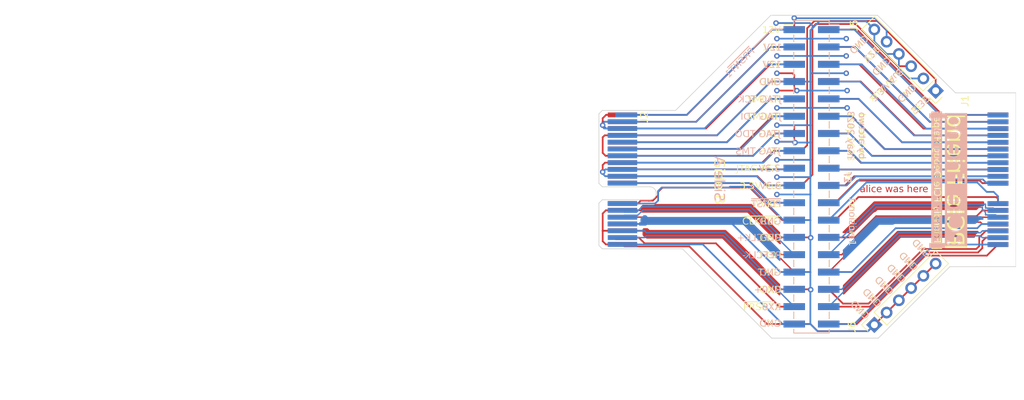
<source format=kicad_pcb>
(kicad_pcb (version 20221018) (generator pcbnew)
  (layers (0 "F.Cu" signal) (31 "B.Cu" signal) (34 "B.Paste" user) (35 "F.Paste" user) (36 "B.SilkS" user "B.Silkscreen") (37 "F.SilkS" user "F.Silkscreen") (38 "B.Mask" user) (39 "F.Mask" user) (44 "Edge.Cuts" user))
  (net 0 "")
  (net 1 "PCIE_PRSNT1")
  (net 2 "+12V")
  (net 3 "GND")
  (net 4 "JTAG_TCK")
  (net 5 "JTAG_TDI")
  (net 6 "JTAG_TDO")
  (net 7 "JATG_TMS")
  (net 8 "+3V3")
  (net 9 "PCIE_PERST")
  (net 10 "PCIE_REFCLK+")
  (net 11 "PCIE_REFCLK-")
  (net 12 "PCIE_RX0+")
  (net 13 "PCIE_RX0-")
  (net 14 "SMCLK")
  (net 15 "SMDAT")
  (net 16 "JTAG_RST")
  (net 17 "+3.3VA")
  (net 18 "PCIE_WAKE")
  (net 19 "PCIE_CLKREQ")
  (net 20 "PCIE_TX0+")
  (net 21 "PCIE_TX0-")
  (net 22 "PCIE_PRSNT2")
  (net 23 "A1")
  (net 24 "A2")
  (net 25 "A3")
  (net 26 "A4")
  (net 27 "A5")
  (net 28 "A6")
  (net 29 "A7")
  (net 30 "A8")
  (net 31 "A9")
  (net 32 "A10")
  (net 33 "A11")
  (net 34 "A12")
  (net 35 "A15")
  (net 36 "A18")
  (net 37 "B1")
  (net 38 "B2")
  (net 39 "B3")
  (net 40 "B4")
  (net 41 "B5")
  (net 42 "B6")
  (net 43 "B7")
  (net 44 "B8")
  (net 45 "B9")
  (net 46 "B10")
  (net 47 "B11")
  (net 48 "B12")
  (net 49 "B13")
  (net 50 "B16")
  (net 51 "B17")
  (net 52 "B18")
  (net 53 "A_REFCLK+")
  (net 54 "A_REFCLK-")
  (net 55 "A_RX0+")
  (net 56 "A_RX0-")
  (net 57 "B_TX0+")
  (net 58 "B_TX0-")
  (footprint "Connector_PinSocket_2.54mm:PinSocket_1x06_P2.54mm_Vertical" (layer "F.Cu") (at 201.603795 126.056205 135)
    (fp_text reference "J6")
    (fp_text value "GND")
  )
  (footprint "Connector_PinHeader_2.54mm:PinHeader_2x18_P2.54mm_Vertical_SMD" (layer "F.Cu") (at 192.39 104.3432)
    (fp_text reference "J4")
    (fp_text value "Side B")
  )
  (footprint "Connector_PCBEdge:BUS_PCIexpress_x1" (layer "F.Cu") (at 164.6936 95.2604 -90)
    (fp_text reference "J2")
    (fp_text value "PCIe Out")
    (fp_line (start -0.65 -4.95) (end -0.65 2.95) (stroke (width 0.1)) (layer "Edge.Cuts"))
    (fp_line (start -0.65 2.95) (end -0.15 3.45) (stroke (width 0.1)) (layer "Edge.Cuts"))
    (fp_line (start -0.15 3.45) (end 10.05 3.45) (stroke (width 0.1)) (layer "Edge.Cuts"))
    (fp_line (start 10.55 -4) (end 10.55 2.95) (stroke (width 0.1)) (layer "Edge.Cuts"))
    (fp_line (start 10.55 2.95) (end 10.05 3.45) (stroke (width 0.1)) (layer "Edge.Cuts"))
    (fp_line (start 12.45 -4) (end 12.45 2.95) (stroke (width 0.1)) (layer "Edge.Cuts"))
    (fp_line (start 12.45 2.95) (end 12.95 3.45) (stroke (width 0.1)) (layer "Edge.Cuts"))
    (fp_line (start 12.95 3.45) (end 19.15 3.45) (stroke (width 0.1)) (layer "Edge.Cuts"))
    (fp_line (start 19.65 -4.95) (end 19.65 2.95) (stroke (width 0.1)) (layer "Edge.Cuts"))
    (fp_line (start 19.65 2.95) (end 19.15 3.45) (stroke (width 0.1)) (layer "Edge.Cuts"))
    (fp_arc (start 10.55 -4) (mid 11.5 -4.95) (end 12.45 -4) (stroke (width 0.1)) (layer "Edge.Cuts"))
  )
  (footprint "alice_kicad_footprints:CONN_5-1734857-1_TEC" (layer "F.Cu") (at 219.7168 104.775 90)
    (fp_text reference "J1")
    (fp_text value "PCIe In")
    (fp_line (start -12.75 2.6) (end 12.75 2.6) (stroke (width 0.05)) (layer "Edge.Cuts"))
  )
  (footprint "Connector_PinSocket_2.54mm:PinSocket_1x06_P2.54mm_Vertical" (layer "F.Cu") (at 210.584051 91.712051 -135)
    (fp_text reference "J5")
    (fp_text value "Power")
  )
  (footprint "Connector_PinHeader_2.54mm:PinHeader_2x18_P2.54mm_Vertical_SMD" (layer "B.Cu") (at 192.3946 104.3432 180)
    (fp_text reference "J3")
    (fp_text value "Side A")
  )
  (gr_rect (start 209.73 95.13) (end 211.87 95.69) (stroke (width 0.15)) (fill solid) (layer "B.SilkS"))
  (gr_line (start 186.563 82.677) (end 183.896 85.344) (stroke (width 0.15)) (layer "B.SilkS"))
  (gr_rect (start 209.73 114.16) (end 211.87 114.72) (stroke (width 0.15)) (fill solid) (layer "B.SilkS"))
  (gr_line (start 188.087 82.677) (end 186.563 82.677) (stroke (width 0.15)) (layer "B.SilkS"))
  (gr_rect (start 209.73 114.11) (end 211.87 114.67) (stroke (width 0.15)) (fill solid) (layer "F.SilkS"))
  (gr_rect (start 209.73 95.08) (end 211.87 95.64) (stroke (width 0.15)) (fill solid) (layer "F.SilkS"))
  (gr_line (start 198.247 128.016) (end 186.563 128.016) (stroke (width 0.1)) (layer "Edge.Cuts"))
  (gr_line (start 198.12 80.645) (end 186.436 80.645) (stroke (width 0.1)) (layer "Edge.Cuts"))
  (gr_line (start 198.12 80.645) (end 202.057 80.645) (stroke (width 0.1)) (layer "Edge.Cuts"))
  (gr_line (start 198.247 128.016) (end 202.184 128.016) (stroke (width 0.1)) (layer "Edge.Cuts"))
  (gr_line (start 213.487 92.025) (end 202.057 80.645) (stroke (width 0.1)) (layer "Edge.Cuts"))
  (gr_line (start 186.436 80.645) (end 172.4706 94.6104) (stroke (width 0.1)) (layer "Edge.Cuts"))
  (gr_line (start 173.482 114.9104) (end 186.563 128.016) (stroke (width 0.1)) (layer "Edge.Cuts"))
  (gr_line (start 169.6436 114.9104) (end 173.482 114.9104) (stroke (width 0.1)) (layer "Edge.Cuts"))
  (gr_line (start 169.6436 94.6104) (end 172.4706 94.6104) (stroke (width 0.1)) (layer "Edge.Cuts"))
  (gr_line (start 222.3168 92.025) (end 213.487 92.025) (stroke (width 0.1)) (layer "Edge.Cuts"))
  (gr_line (start 212.6742 117.5258) (end 202.184 128.016) (stroke (width 0.1)) (layer "Edge.Cuts"))
  (gr_line (start 222.3168 117.525) (end 212.6742 117.5258) (stroke (width 0.1)) (layer "Edge.Cuts"))
  (gr_text "alice was here" (at 199.47 106.76) (layer "F.Cu") (effects (font (size 1 1)) (justify left bottom)))
  (gr_text "GND" (at 203.708 121.92 315) (layer "B.SilkS") (effects (font (size 1 1)) (justify left bottom mirror)))
  (gr_text "~{PRSNT}1" (at 184.277 86.106 45) (layer "B.SilkS") (effects (font (size 1 1)) (justify left bottom mirror)))
  (gr_text "3.3V Aux" (at 200.787 92.583 -135) (layer "B.SilkS") (effects (font (size 1 1)) (justify left bottom mirror)))
  (gr_text "12V" (at 199.771 86.868 -135) (layer "B.SilkS") (effects (font (size 1 1)) (justify left bottom mirror)))
  (gr_text "GND" (at 187.96 118.999) (layer "B.SilkS") (effects (font (size 1 1)) (justify left bottom mirror)))
  (gr_text "GND" (at 207.264 118.364 315) (layer "B.SilkS") (effects (font (size 1 1)) (justify left bottom mirror)))
  (gr_text "GND" (at 187.96 111.506) (layer "B.SilkS") (effects (font (size 1 1)) (justify left bottom mirror)))
  (gr_text "RX0-" (at 187.96 124.079) (layer "B.SilkS") (effects (font (size 1 1)) (justify left bottom mirror)))
  (gr_text "JTAG TDO" (at 187.833 98.679) (layer "B.SilkS") (effects (font (size 1 1)) (justify left bottom mirror)))
  (gr_text "GND" (at 209.169 116.459 315) (layer "B.SilkS") (effects (font (size 1 1)) (justify left bottom mirror)))
  (gr_text "GND" (at 204.7494 92.7354 -135) (layer "B.SilkS") (effects (font (size 1 1)) (justify left bottom mirror)))
  (gr_text "12V" (at 187.96 88.519) (layer "B.SilkS") (effects (font (size 1 1)) (justify left bottom mirror)))
  (gr_text "~{PERST}" (at 187.96 108.966) (layer "B.SilkS") (effects (font (size 1 1)) (justify left bottom mirror)))
  (gr_text "RX0+" (at 187.96 121.539) (layer "B.SilkS") (effects (font (size 1 1)) (justify left bottom mirror)))
  (gr_text "revision 1" (at 197.739 114.046 270) (layer "B.SilkS") (effects (font (size 1 1)) (justify left bottom mirror)))
  (gr_text "JTAG TDI" (at 187.96 96.139) (layer "B.SilkS") (effects (font (size 1 1)) (justify left bottom mirror)))
  (gr_text "GND" (at 205.486 120.142 315) (layer "B.SilkS") (effects (font (size 1 1)) (justify left bottom mirror)))
  (gr_text "JTAG TMS" (at 187.833 101.219) (layer "B.SilkS") (effects (font (size 1 1)) (justify left bottom mirror)))
  (gr_text "3.3V" (at 187.96 106.299) (layer "B.SilkS") (effects (font (size 1 1)) (justify left bottom mirror)))
  (gr_text "by atctwo\nmay 2023" (at 197.485 101.727 270) (layer "B.SilkS") (effects (font (size 1 1)) (justify left bottom mirror)))
  (gr_text "REFCLK+" (at 187.96 113.919) (layer "B.SilkS") (effects (font (size 1 1)) (justify left bottom mirror)))
  (gr_text "REFCLK-" (at 187.96 116.459) (layer "B.SilkS") (effects (font (size 1 1)) (justify left bottom mirror)))
  (gr_text "PCIe Friend" (at 211.836 114.554 270) (layer "B.SilkS" knockout) (effects (font (size 2.5 2.5)) (justify left bottom mirror)))
  (gr_text "3.3V" (at 206.756 94.361 -135) (layer "B.SilkS") (effects (font (size 1 1)) (justify left bottom mirror)))
  (gr_text "GND" (at 201.041 88.773 -135) (layer "B.SilkS") (effects (font (size 1 1)) (justify left bottom mirror)))
  (gr_text "3.3V" (at 187.833 103.759) (layer "B.SilkS") (effects (font (size 1 1)) (justify left bottom mirror)))
  (gr_text "GND" (at 187.96 126.492) (layer "B.SilkS") (effects (font (size 1 1)) (justify left bottom mirror)))
  (gr_text "Side A" (at 177.927 107.95 270) (layer "B.SilkS") (effects (font (size 1.5 1.5)) (justify left bottom mirror)))
  (gr_text "12V" (at 188.0616 86.0044) (layer "B.SilkS") (effects (font (size 1 1)) (justify left bottom mirror)))
  (gr_text "JTAG TCK" (at 187.96 93.599) (layer "B.SilkS") (effects (font (size 1 1)) (justify left bottom mirror)))
  (gr_text "Friendly PCIe Debug Helper" (at 210.185 114.046 270) (layer "B.SilkS" knockout) (effects (font (size 1 1)) (justify left bottom mirror)))
  (gr_text "GND" (at 187.96 91.059) (layer "B.SilkS") (effects (font (size 1 1)) (justify left bottom mirror)))
  (gr_text "GND" (at 201.93 123.698 315) (layer "B.SilkS") (effects (font (size 1 1)) (justify left bottom mirror)))
  (gr_text "GND" (at 197.739 85.598 -135) (layer "B.SilkS") (effects (font (size 1 1)) (justify left bottom mirror)))
  (gr_text "GND" (at 200.152 125.476 315) (layer "B.SilkS") (effects (font (size 1 1)) (justify left bottom mirror)))
  (gr_text "GND" (at 184.785 126.492) (layer "F.SilkS") (effects (font (size 1 1)) (justify left bottom)))
  (gr_text "~{WAKE}" (at 183.642 108.966) (layer "F.SilkS") (effects (font (size 1 1)) (justify left bottom)))
  (gr_text "GND" (at 184.785 121.539) (layer "F.SilkS") (effects (font (size 1 1)) (justify left bottom)))
  (gr_text "Friendly PCIe Debug Helper" (at 210.185 95.631 270) (layer "F.SilkS" knockout) (effects (font (size 1 1)) (justify left bottom)))
  (gr_text "3.3V Aux" (at 205.105 88.265 -135) (layer "F.SilkS") (effects (font (size 1 1)) (justify left bottom)))
  (gr_text "TX0-" (at 184.531 118.999) (layer "F.SilkS") (effects (font (size 1 1)) (justify left bottom)))
  (gr_text "12V" (at 185.166 85.979) (layer "F.SilkS") (effects (font (size 1 1)) (justify left bottom)))
  (gr_text "JTAG RST" (at 181.356 103.759) (layer "F.SilkS") (effects (font (size 1 1)) (justify left bottom)))
  (gr_text "~{PRSNT}2" (at 182.372 124.079) (layer "F.SilkS") (effects (font (size 1 1)) (justify left bottom)))
  (gr_text "SMCLK" (at 183.007 93.599) (layer "F.SilkS") (effects (font (size 1 1)) (justify left bottom)))
  (gr_text "GND" (at 203.2 117.856 -45) (layer "F.SilkS") (effects (font (size 1 1)) (justify left bottom)))
  (gr_text "by atctwo\nmay 2023" (at 197.485 94.996 -90) (layer "F.SilkS") (effects (font (size 1 1)) (justify left bottom)))
  (gr_text "3.3V" (at 208.915 92.202 -135) (layer "F.SilkS") (effects (font (size 1 1)) (justify left bottom)))
  (gr_text "GND" (at 184.658 91.059) (layer "F.SilkS") (effects (font (size 1 1)) (justify left bottom)))
  (gr_text "PCIe Friend" (at 211.836 95.25 270) (layer "F.SilkS" knockout) (effects (font (size 2.5 2.5)) (justify left bottom)))
  (gr_text "GND" (at 207.0354 90.4494 -135) (layer "F.SilkS") (effects (font (size 1 1)) (justify left bottom)))
  (gr_text "GND" (at 201.422 119.634 -45) (layer "F.SilkS") (effects (font (size 1 1)) (justify left bottom)))
  (gr_text "12V" (at 201.676 84.963 -135) (layer "F.SilkS") (effects (font (size 1 1)) (justify left bottom)))
  (gr_text "GND" (at 184.658 98.679) (layer "F.SilkS") (effects (font (size 1 1)) (justify left bottom)))
  (gr_text "3.3V Aux" (at 181.864 106.299) (layer "F.SilkS") (effects (font (size 1 1)) (justify left bottom)))
  (gr_text "SMDAT" (at 182.88 96.139) (layer "F.SilkS") (effects (font (size 1 1)) (justify left bottom)))
  (gr_text "12V" (at 185.166 88.519) (layer "F.SilkS") (effects (font (size 1 1)) (justify left bottom)))
  (gr_text "TX0+" (at 184.531 116.459) (layer "F.SilkS") (effects (font (size 1 1)) (justify left bottom)))
  (gr_text "GND" (at 197.866 123.19 -45) (layer "F.SilkS") (effects (font (size 1 1)) (justify left bottom)))
  (gr_text "~{CLKREQ}" (at 182.245 111.506) (layer "F.SilkS") (effects (font (size 1 1)) (justify left bottom)))
  (gr_text "GND" (at 204.978 116.078 -45) (layer "F.SilkS") (effects (font (size 1 1)) (justify left bottom)))
  (gr_text "GND" (at 203.327 86.487 -135) (layer "F.SilkS") (effects (font (size 1 1)) (justify left bottom)))
  (gr_text "GND" (at 184.785 113.919) (layer "F.SilkS") (effects (font (size 1 1)) (justify left bottom)))
  (gr_text "GND" (at 199.644 121.412 -45) (layer "F.SilkS") (effects (font (size 1 1)) (justify left bottom)))
  (gr_text "3.3V" (at 184.785 101.219) (layer "F.SilkS") (effects (font (size 1 1)) (justify left bottom)))
  (gr_text "GND" (at 200.025 83.312 -135) (layer "F.SilkS") (effects (font (size 1 1)) (justify left bottom)))
  (gr_text "GND" (at 206.883 114.173 -45) (layer "F.SilkS") (effects (font (size 1 1)) (justify left bottom)))
  (gr_text "Side B" (at 177.927 101.727 -90) (layer "F.SilkS") (effects (font (size 1.5 1.5)) (justify left bottom)))
  (gr_text "12V" (at 185.166 83.439) (layer "F.SilkS") (effects (font (size 1 1)) (justify left bottom)))
  (gr_text "revision 1" (at 197.739 107.696 270) (layer "F.SilkS") (effects (font (size 1 1)) (justify left bottom)))
  (segment (start 186.6138 82.7532) (end 189.8696 82.7532) (width 0.25) (layer "B.Cu") (net 1))
  (segment (start 165.2436 95.2604) (end 174.1066 95.2604) (width 0.25) (layer "B.Cu") (net 1))
  (segment (start 174.1066 95.2604) (end 186.6138 82.7532) (width 0.25) (layer "B.Cu") (net 1))
  (segment (start 164.6936 95.2604) (end 174.132 95.2604) (width 0.25) (layer "F.Cu") (net 2))
  (segment (start 186.4106 87.8332) (end 189.865 87.8332) (width 0.25) (layer "F.Cu") (net 2))
  (segment (start 189.865 82.7532) (end 189.865 81.045) (width 0.25) (layer "F.Cu") (net 2))
  (segment (start 176.9326 97.2604) (end 186.3852 87.8078) (width 0.25) (layer "F.Cu") (net 2))
  (segment (start 162.3164 95.2604) (end 164.6936 95.2604) (width 0.25) (layer "F.Cu") (net 2))
  (segment (start 162.2844 97.2604) (end 161.798 96.774) (width 0.25) (layer "F.Cu") (net 2))
  (segment (start 164.6936 96.2604) (end 175.4942 96.2604) (width 0.25) (layer "F.Cu") (net 2))
  (segment (start 186.6392 82.7532) (end 189.865 82.7532) (width 0.25) (layer "F.Cu") (net 2))
  (segment (start 164.6936 97.2604) (end 176.9326 97.2604) (width 0.25) (layer "F.Cu") (net 2))
  (segment (start 174.132 95.2604) (end 186.6392 82.7532) (width 0.25) (layer "F.Cu") (net 2))
  (segment (start 161.798 95.758) (end 162.306 95.25) (width 0.25) (layer "F.Cu") (net 2))
  (segment (start 186.4614 85.2932) (end 189.865 85.2932) (width 0.25) (layer "F.Cu") (net 2))
  (segment (start 161.8036 96.2604) (end 161.798 96.266) (width 0.25) (layer "F.Cu") (net 2))
  (segment (start 164.6936 97.2604) (end 162.2844 97.2604) (width 0.25) (layer "F.Cu") (net 2))
  (segment (start 161.798 96.266) (end 161.798 95.758) (width 0.25) (layer "F.Cu") (net 2))
  (segment (start 161.798 96.774) (end 161.798 96.266) (width 0.25) (layer "F.Cu") (net 2))
  (segment (start 186.3852 87.8078) (end 186.4106 87.8332) (width 0.25) (layer "F.Cu") (net 2))
  (segment (start 175.4942 96.2604) (end 186.4614 85.2932) (width 0.25) (layer "F.Cu") (net 2))
  (segment (start 164.6936 96.2604) (end 161.8036 96.2604) (width 0.25) (layer "F.Cu") (net 2))
  (segment (start 162.306 95.25) (end 162.3164 95.2604) (width 0.25) (layer "F.Cu") (net 2))
  (via (at 161.798 96.774) (size 0.8) (drill 0.4) (layers "F.Cu" "B.Cu") (net 2))
  (via (at 189.865 81.045) (size 0.8) (drill 0.4) (layers "F.Cu" "B.Cu") (net 2))
  (segment (start 162.0576 96.2604) (end 164.6936 96.2604) (width 0.25) (layer "B.Cu") (net 2))
  (segment (start 161.798 97.028) (end 161.798 96.774) (width 0.25) (layer "B.Cu") (net 2))
  (segment (start 161.798 96.52) (end 162.0576 96.2604) (width 0.25) (layer "B.Cu") (net 2))
  (segment (start 201.734 81.084) (end 203.399846 82.749846) (width 0.25) (layer "B.Cu") (net 2))
  (segment (start 189.904 81.084) (end 201.734 81.084) (width 0.25) (layer "B.Cu") (net 2))
  (segment (start 164.6936 96.2604) (end 175.5196 96.2604) (width 0.25) (layer "B.Cu") (net 2))
  (segment (start 176.7294 97.2604) (end 186.1566 87.8332) (width 0.25) (layer "B.Cu") (net 2))
  (segment (start 186.1566 87.8332) (end 189.8696 87.8332) (width 0.25) (layer "B.Cu") (net 2))
  (segment (start 175.5196 96.2604) (end 186.4868 85.2932) (width 0.25) (layer "B.Cu") (net 2))
  (segment (start 164.6936 97.2604) (end 162.0304 97.2604) (width 0.25) (layer "B.Cu") (net 2))
  (segment (start 186.4868 85.2932) (end 189.8696 85.2932) (width 0.25) (layer "B.Cu") (net 2))
  (segment (start 203.399846 82.749846) (end 203.399846 84.527846) (width 0.25) (layer "B.Cu") (net 2))
  (segment (start 189.865 81.045) (end 189.904 81.084) (width 0.25) (layer "B.Cu") (net 2))
  (segment (start 164.6936 97.2604) (end 176.7294 97.2604) (width 0.25) (layer "B.Cu") (net 2))
  (segment (start 161.798 96.774) (end 161.798 96.52) (width 0.25) (layer "B.Cu") (net 2))
  (segment (start 162.0304 97.2604) (end 161.798 97.028) (width 0.25) (layer "B.Cu") (net 2))
  (segment (start 192.2272 125.9332) (end 193.294 127) (width 0.25) (layer "F.Cu") (net 3))
  (segment (start 189.865 113.2332) (end 189.865 113.411) (width 0.25) (layer "F.Cu") (net 3))
  (segment (start 189.865 90.3732) (end 189.865 91.313) (width 0.25) (layer "F.Cu") (net 3))
  (segment (start 189.865 91.313) (end 190.246 91.694) (width 0.25) (layer "F.Cu") (net 3))
  (segment (start 193.294 127) (end 200.66 127) (width 0.25) (layer "F.Cu") (net 3))
  (segment (start 189.865 113.2332) (end 192.2272 113.2332) (width 0.25) (layer "F.Cu") (net 3))
  (segment (start 162.2664 114.2604) (end 161.798 113.792) (width 0.25) (layer "F.Cu") (net 3))
  (segment (start 164.6936 112.2604) (end 167.7594 112.2604) (width 0.25) (layer "F.Cu") (net 3))
  (segment (start 189.865 125.9332) (end 185.8772 125.9332) (width 0.25) (layer "F.Cu") (net 3))
  (segment (start 187.325 99.187) (end 189.865 99.187) (width 0.25) (layer "F.Cu") (net 3))
  (segment (start 161.8056 112.2604) (end 161.798 112.268) (width 0.25) (layer "F.Cu") (net 3))
  (segment (start 167.7594 112.2604) (end 168.148 112.649) (width 0.25) (layer "F.Cu") (net 3))
  (segment (start 186.4614 90.3478) (end 186.4868 90.3732) (width 0.25) (layer "F.Cu") (net 3))
  (segment (start 189.865 120.8532) (end 192.2272 120.8532) (width 0.25) (layer "F.Cu") (net 3))
  (segment (start 164.6936 109.2604) (end 162.2656 109.2604) (width 0.25) (layer "F.Cu") (net 3))
  (segment (start 187.2234 113.2332) (end 183.2506 109.2604) (width 0.25) (layer "F.Cu") (net 3))
  (segment (start 185.8772 125.9332) (end 174.498 114.554) (width 0.25) (layer "F.Cu") (net 3))
  (segment (start 183.2506 109.2604) (end 164.6936 109.2604) (width 0.25) (layer "F.Cu") (net 3))
  (segment (start 162.2204 101.2604) (end 161.798 100.838) (width 0.25) (layer "F.Cu") (net 3))
  (segment (start 179.451 112.649) (end 187.6552 120.8532) (width 0.25) (layer "F.Cu") (net 3))
  (segment (start 200.66 127) (end 201.603795 126.056205) (width 0.25) (layer "F.Cu") (net 3))
  (segment (start 162.2656 109.2604) (end 161.798 109.728) (width 0.25) (layer "F.Cu") (net 3))
  (segment (start 189.865 99.187) (end 189.992 99.314) (width 0.25) (layer "F.Cu") (net 3))
  (segment (start 168.148 112.649) (end 179.451 112.649) (width 0.25) (layer "F.Cu") (net 3))
  (segment (start 164.9872 114.554) (end 164.6936 114.2604) (width 0.25) (layer "F.Cu") (net 3))
  (segment (start 189.865 89.408) (end 189.865 90.3732) (width 0.25) (layer "F.Cu") (net 3))
  (segment (start 189.865 125.9332) (end 192.2272 125.9332) (width 0.25) (layer "F.Cu") (net 3))
  (segment (start 189.865 113.411) (end 189.992 113.538) (width 0.25) (layer "F.Cu") (net 3))
  (segment (start 189.865 113.2332) (end 187.2234 113.2332) (width 0.25) (layer "F.Cu") (net 3))
  (segment (start 164.6936 101.2604) (end 162.2204 101.2604) (width 0.25) (layer "F.Cu") (net 3))
  (segment (start 164.6936 112.2604) (end 161.8056 112.2604) (width 0.25) (layer "F.Cu") (net 3))
  (segment (start 164.6936 98.2604) (end 178.5488 98.2604) (width 0.25) (layer "F.Cu") (net 3))
  (segment (start 187.325 89.154) (end 189.611 89.154) (width 0.25) (layer "F.Cu") (net 3))
  (segment (start 178.5488 98.2604) (end 186.4614 90.3478) (width 0.25) (layer "F.Cu") (net 3))
  (segment (start 161.798 98.552) (end 161.798 100.838) (width 0.25) (layer "F.Cu") (net 3))
  (segment (start 183.8292 101.2604) (end 187.0964 97.9932) (width 0.25) (layer "F.Cu") (net 3))
  (segment (start 189.738 96.774) (end 189.865 96.901) (width 0.25) (layer "F.Cu") (net 3))
  (segment (start 192.2272 120.8532) (end 192.278 120.904) (width 0.25) (layer "F.Cu") (net 3))
  (segment (start 164.6936 114.2604) (end 162.2664 114.2604) (width 0.25) (layer "F.Cu") (net 3))
  (segment (start 189.865 97.9932) (end 189.865 99.187) (width 0.25) (layer "F.Cu") (net 3))
  (segment (start 161.798 113.792) (end 161.798 112.268) (width 0.25) (layer "F.Cu") (net 3))
  (segment (start 189.865 96.901) (end 189.865 97.9932) (width 0.25) (layer "F.Cu") (net 3))
  (segment (start 187.0964 97.9932) (end 189.865 97.9932) (width 0.25) (layer "F.Cu") (net 3))
  (segment (start 164.6936 98.2604) (end 162.0896 98.2604) (width 0.25) (layer "F.Cu") (net 3))
  (segment (start 187.6552 120.8532) (end 189.865 120.8532) (width 0.25) (layer "F.Cu") (net 3))
  (segment (start 210.584051 117.075949) (end 201.603795 126.056205) (width 0.25) (layer "F.Cu") (net 3))
  (segment (start 174.498 114.554) (end 164.9872 114.554) (width 0.25) (layer "F.Cu") (net 3))
  (segment (start 192.2272 113.2332) (end 192.278 113.284) (width 0.25) (layer "F.Cu") (net 3))
  (segment (start 189.611 89.154) (end 189.865 89.408) (width 0.25) (layer "F.Cu") (net 3))
  (segment (start 190.246 91.694) (end 187.325 91.694) (width 0.25) (layer "F.Cu") (net 3))
  (segment (start 187.325 96.774) (end 189.738 96.774) (width 0.25) (layer "F.Cu") (net 3))
  (segment (start 186.4868 90.3732) (end 189.865 90.3732) (width 0.25) (layer "F.Cu") (net 3))
  (segment (start 162.0896 98.2604) (end 161.798 98.552) (width 0.25) (layer "F.Cu") (net 3))
  (segment (start 164.6936 101.2604) (end 183.8292 101.2604) (width 0.25) (layer "F.Cu") (net 3))
  (segment (start 161.798 112.268) (end 161.798 109.728) (width 0.25) (layer "F.Cu") (net 3))
  (via (at 187.325 91.694) (size 0.8) (drill 0.4) (layers "F.Cu" "B.Cu") (net 3))
  (via (at 187.325 84.074) (size 0.8) (drill 0.4) (layers "F.Cu" "B.Cu") (net 3))
  (via (at 187.325 99.187) (size 0.8) (drill 0.4) (layers "F.Cu" "B.Cu") (net 3))
  (via (at 197.485 84.074) (size 0.8) (drill 0.4) (layers "F.Cu" "B.Cu") (net 3))
  (via (at 197.612 91.694) (size 0.8) (drill 0.4) (layers "F.Cu" "B.Cu") (net 3))
  (via (at 190.246 91.694) (size 0.8) (drill 0.4) (layers "F.Cu" "B.Cu") (net 3))
  (via (at 187.325 96.774) (size 0.8) (drill 0.4) (layers "F.Cu" "B.Cu") (net 3))
  (via (at 197.612 94.234) (size 0.8) (drill 0.4) (layers "F.Cu" "B.Cu") (net 3))
  (via (at 187.325 89.154) (size 0.8) (drill 0.4) (layers "F.Cu" "B.Cu") (net 3))
  (via (at 192.278 120.904) (size 0.8) (drill 0.4) (layers "F.Cu" "B.Cu") (net 3))
  (via (at 187.325 104.394) (size 0.8) (drill 0.4) (layers "F.Cu" "B.Cu") (net 3))
  (via (at 192.278 113.284) (size 0.8) (drill 0.4) (layers "F.Cu" "B.Cu") (net 3))
  (via (at 187.325 86.614) (size 0.8) (drill 0.4) (layers "F.Cu" "B.Cu") (net 3))
  (via (at 197.485 89.154) (size 0.8) (drill 0.4) (layers "F.Cu" "B.Cu") (net 3))
  (via (at 187.325 106.934) (size 0.8) (drill 0.4) (layers "F.Cu" "B.Cu") (net 3))
  (via (at 187.325 101.854) (size 0.8) (drill 0.4) (layers "F.Cu" "B.Cu") (net 3))
  (via (at 189.992 99.314) (size 0.8) (drill 0.4) (layers "F.Cu" "B.Cu") (net 3))
  (via (at 187.198 81.788) (size 0.8) (drill 0.4) (layers "F.Cu" "B.Cu") (net 3))
  (via (at 187.325 94.234) (size 0.8) (drill 0.4) (layers "F.Cu" "B.Cu") (net 3))
  (via (at 197.485 86.614) (size 0.8) (drill 0.4) (layers "F.Cu" "B.Cu") (net 3))
  (segment (start 200.66 127) (end 201.603795 126.056205) (width 0.25) (layer "B.Cu") (net 3))
  (segment (start 188.288804 110.6932) (end 189.8696 110.6932) (width 0.25) (layer "B.Cu") (net 3))
  (segment (start 180.34 105.918) (end 180.467 105.791) (width 0.25) (layer "B.Cu") (net 3))
  (segment (start 164.6936 111.2604) (end 180.7802 111.2604) (width 0.25) (layer "B.Cu") (net 3))
  (segment (start 187.325 86.614) (end 192.2272 86.614) (width 0.25) (layer "B.Cu") (net 3))
  (segment (start 187.325 96.774) (end 192.2272 96.774) (width 0.25) (layer "B.Cu") (net 3))
  (segment (start 189.8696 125.9332) (end 192.2272 125.9332) (width 0.25) (layer "B.Cu") (net 3))
  (segment (start 192.2272 120.9548) (end 192.278 120.904) (width 0.25) (layer "B.Cu") (net 3))
  (segment (start 192.2272 91.694) (end 192.2272 90.424) (width 0.25) (layer "B.Cu") (net 3))
  (segment (start 189.8696 118.3132) (end 192.1764 118.3132) (width 0.25) (layer "B.Cu") (net 3))
  (segment (start 192.2272 99.314) (end 192.2272 96.774) (width 0.25) (layer "B.Cu") (net 3))
  (segment (start 192.151 81.788) (end 187.198 81.788) (width 0.25) (layer "B.Cu") (net 3))
  (segment (start 170.434 105.918) (end 180.34 105.918) (width 0.25) (layer "B.Cu") (net 3))
  (segment (start 197.485 84.074) (end 192.2272 84.074) (width 0.25) (layer "B.Cu") (net 3))
  (segment (start 192.2272 113.3348) (end 192.278 113.284) (width 0.25) (layer "B.Cu") (net 3))
  (segment (start 187.325 99.187) (end 189.865 99.187) (width 0.25) (layer "B.Cu") (net 3))
  (segment (start 192.2272 118.364) (end 192.2272 113.3348) (width 0.25) (layer "B.Cu") (net 3))
  (segment (start 192.2272 82.8548) (end 192.7225 82.3595) (width 0.25) (layer "B.Cu") (net 3))
  (segment (start 187.325 94.234) (end 192.2272 94.234) (width 0.25) (layer "B.Cu") (net 3))
  (segment (start 208.788 89.916) (end 206.756 89.916) (width 0.25) (layer "B.Cu") (net 3))
  (segment (start 197.612 91.694) (end 192.2272 91.694) (width 0.25) (layer "B.Cu") (net 3))
  (segment (start 192.2272 104.394) (end 192.2272 101.854) (width 0.25) (layer "B.Cu") (net 3))
  (segment (start 183.386604 105.791) (end 188.288804 110.6932) (width 0.25) (layer "B.Cu") (net 3))
  (segment (start 192.2272 110.744) (end 192.2272 106.934) (width 0.25) (layer "B.Cu") (net 3))
  (segment (start 180.7802 111.2604) (end 187.833 118.3132) (width 0.25) (layer "B.Cu") (net 3))
  (segment (start 187.325 104.394) (end 192.2272 104.394) (width 0.25) (layer "B.Cu") (net 3))
  (segment (start 189.8696 110.6932) (end 192.1764 110.6932) (width 0.25) (layer "B.Cu") (net 3))
  (segment (start 180.467 105.791) (end 183.386604 105.791) (width 0.25) (layer "B.Cu") (net 3))
  (segment (start 164.6936 114.2604) (end 176.465 114.2604) (width 0.25) (layer "B.Cu") (net 3))
  (segment (start 164.6936 108.2604) (end 169.4886 108.2604) (width 0.25) (layer "B.Cu") (net 3))
  (segment (start 169.4886 108.2604) (end 169.926 107.823) (width 0.25) (layer "B.Cu") (net 3))
  (segment (start 190.246 91.694) (end 192.2272 91.694) (width 0.25) (layer "B.Cu") (net 3))
  (segment (start 192.2272 113.2332) (end 192.2272 110.744) (width 0.25) (layer "B.Cu") (net 3))
  (segment (start 187.325 101.854) (end 192.2272 101.854) (width 0.25) (layer "B.Cu") (net 3))
  (segment (start 192.2272 120.8532) (end 192.2272 118.364) (width 0.25) (layer "B.Cu") (net 3))
  (segment (start 192.1764 118.3132) (end 192.2272 118.364) (width 0.25) (layer "B.Cu") (net 3))
  (segment (start 192.7225 82.3595) (end 192.151 81.788) (width 0.25) (layer "B.Cu") (net 3))
  (segment (start 188.1378 125.9332) (end 189.8696 125.9332) (width 0.25) (layer "B.Cu") (net 3))
  (segment (start 189.865 99.187) (end 189.992 99.314) (width 0.25) (layer "B.Cu") (net 3))
  (segment (start 189.992 99.314) (end 192.2272 99.314) (width 0.25) (layer "B.Cu") (net 3))
  (segment (start 192.1764 110.6932) (end 192.2272 110.744) (width 0.25) (layer "B.Cu") (net 3))
  (segment (start 200.406 81.534) (end 201.603795 82.731795) (width 0.25) (layer "B.Cu") (net 3))
  (segment (start 192.7225 82.3595) (end 193.548 81.534) (width 0.25) (layer "B.Cu") (net 3))
  (segment (start 187.833 118.3132) (end 189.8696 118.3132) (width 0.25) (layer "B.Cu") (net 3))
  (segment (start 178.5488 98.2604) (end 186.436 90.3732) (width 0.25) (layer "B.Cu") (net 3))
  (segment (start 192.2272 125.9332) (end 193.294 127) (width 0.25) (layer "B.Cu") (net 3))
  (segment (start 176.465 114.2604) (end 188.1378 125.9332) (width 0.25) (layer "B.Cu") (net 3))
  (segment (start 192.278 113.284) (end 192.2272 113.2332) (width 0.25) (layer "B.Cu") (net 3))
  (segment (start 192.2272 84.074) (end 192.2272 82.8548) (width 0.25) (layer "B.Cu") (net 3))
  (segment (start 192.2272 106.934) (end 192.2272 104.394) (width 0.25) (layer "B.Cu") (net 3))
  (segment (start 192.2272 94.234) (end 192.2272 91.694) (width 0.25) (layer "B.Cu") (net 3))
  (segment (start 197.485 86.614) (end 192.2272 86.614) (width 0.25) (layer "B.Cu") (net 3))
  (segment (start 197.485 89.154) (end 192.2272 89.154) (width 0.25) (layer "B.Cu") (net 3))
  (segment (start 187.325 84.074) (end 192.2272 84.074) (width 0.25) (layer "B.Cu") (net 3))
  (segment (start 189.8696 90.3732) (end 192.1764 90.3732) (width 0.25) (layer "B.Cu") (net 3))
  (segment (start 201.603795 82.731795) (end 201.603795 84.509795) (width 0.25) (layer "B.Cu") (net 3))
  (segment (start 164.6936 98.2604) (end 178.5488 98.2604) (width 0.25) (layer "B.Cu") (net 3))
  (segment (start 169.926 107.823) (end 169.926 106.426) (width 0.25) (layer "B.Cu") (net 3))
  (segment (start 193.548 81.534) (end 200.406 81.534) (width 0.25) (layer "B.Cu") (net 3))
  (segment (start 201.603795 84.509795) (end 203.417897 86.323897) (width 0.25) (layer "B.Cu") (net 3))
  (segment (start 192.278 120.904) (end 192.2272 120.8532) (width 0.25) (layer "B.Cu") (net 3))
  (segment (start 192.2272 86.614) (end 192.2272 84.074) (width 0.25) (layer "B.Cu") (net 3))
  (segment (start 192.2272 89.154) (end 192.2272 86.614) (width 0.25) (layer "B.Cu") (net 3))
  (segment (start 205.195897 88.355897) (end 205.195897 86.323897) (width 0.25) (layer "B.Cu") (net 3))
  (segment (start 192.1764 90.3732) (end 192.2272 90.424) (width 0.25) (layer "B.Cu") (net 3))
  (segment (start 169.926 106.426) (end 170.434 105.918) (width 0.25) (layer "B.Cu") (net 3))
  (segment (start 192.2272 96.774) (end 192.2272 94.234) (width 0.25) (layer "B.Cu") (net 3))
  (segment (start 187.325 106.934) (end 192.2272 106.934) (width 0.25) (layer "B.Cu") (net 3))
  (segment (start 186.436 90.3732) (end 189.8696 90.3732) (width 0.25) (layer "B.Cu") (net 3))
  (segment (start 193.294 127) (end 200.66 127) (width 0.25) (layer "B.Cu") (net 3))
  (segment (start 203.417897 86.323897) (end 205.195897 86.323897) (width 0.25) (layer "B.Cu") (net 3))
  (segment (start 192.2272 90.424) (end 192.2272 89.154) (width 0.25) (layer "B.Cu") (net 3))
  (segment (start 192.2272 101.854) (end 192.2272 99.314) (width 0.25) (layer "B.Cu") (net 3))
  (segment (start 192.2272 125.9332) (end 192.2272 120.9548) (width 0.25) (layer "B.Cu") (net 3))
  (segment (start 197.612 94.234) (end 192.2272 94.234) (width 0.25) (layer "B.Cu") (net 3))
  (segment (start 206.756 89.916) (end 205.195897 88.355897) (width 0.25) (layer "B.Cu") (net 3))
  (segment (start 164.6936 99.2604) (end 180.038 99.2604) (width 0.25) (layer "B.Cu") (net 4))
  (segment (start 180.038 99.2604) (end 186.3852 92.9132) (width 0.25) (layer "B.Cu") (net 4))
  (segment (start 186.3852 92.9132) (end 189.8696 92.9132) (width 0.25) (layer "B.Cu") (net 4))
  (segment (start 186.8932 95.4532) (end 189.8696 95.4532) (width 0.25) (layer "B.Cu") (net 5))
  (segment (start 182.086 100.2604) (end 186.8932 95.4532) (width 0.25) (layer "B.Cu") (net 5))
  (segment (start 164.6936 100.2604) (end 182.086 100.2604) (width 0.25) (layer "B.Cu") (net 5))
  (segment (start 187.1218 97.9932) (end 189.8696 97.9932) (width 0.25) (layer "B.Cu") (net 6))
  (segment (start 164.6936 101.2604) (end 183.8546 101.2604) (width 0.25) (layer "B.Cu") (net 6))
  (segment (start 183.8546 101.2604) (end 187.1218 97.9932) (width 0.25) (layer "B.Cu") (net 6))
  (segment (start 164.6936 102.2604) (end 185.3438 102.2604) (width 0.25) (layer "B.Cu") (net 7))
  (segment (start 185.3438 102.2604) (end 187.071 100.5332) (width 0.25) (layer "B.Cu") (net 7))
  (segment (start 187.071 100.5332) (end 189.8696 100.5332) (width 0.25) (layer "B.Cu") (net 7))
  (segment (start 191.765 82.541804) (end 192.828604 81.4782) (width 0.25) (layer "F.Cu") (net 8))
  (segment (start 210.584051 90.05035) (end 210.584051 91.712051) (width 0.25) (layer "F.Cu") (net 8))
  (segment (start 185.166 102.2604) (end 186.8932 100.5332) (width 0.25) (layer "F.Cu") (net 8))
  (segment (start 189.865 100.5332) (end 190.94 100.5332) (width 0.25) (layer "F.Cu") (net 8))
  (segment (start 191.765 99.7082) (end 191.765 82.541804) (width 0.25) (layer "F.Cu") (net 8))
  (segment (start 164.6936 102.2604) (end 162.1536 102.2604) (width 0.25) (layer "F.Cu") (net 8))
  (segment (start 190.94 100.5332) (end 191.765 99.7082) (width 0.25) (layer "F.Cu") (net 8))
  (segment (start 192.828604 81.4782) (end 202.011901 81.4782) (width 0.25) (layer "F.Cu") (net 8))
  (segment (start 202.011901 81.4782) (end 210.584051 90.05035) (width 0.25) (layer "F.Cu") (net 8))
  (segment (start 186.8932 100.5332) (end 189.865 100.5332) (width 0.25) (layer "F.Cu") (net 8))
  (segment (start 161.798 102.616) (end 161.798 103.632) (width 0.25) (layer "F.Cu") (net 8))
  (segment (start 164.6936 102.2604) (end 185.166 102.2604) (width 0.25) (layer "F.Cu") (net 8))
  (segment (start 162.1536 102.2604) (end 161.798 102.616) (width 0.25) (layer "F.Cu") (net 8))
  (via (at 161.798 103.632) (size 0.8) (drill 0.4) (layers "F.Cu" "B.Cu") (net 8))
  (segment (start 162.1724 104.2604) (end 164.6936 104.2604) (width 0.25) (layer "B.Cu") (net 8))
  (segment (start 185.7248 105.6132) (end 189.8696 105.6132) (width 0.25) (layer "B.Cu") (net 8))
  (segment (start 164.6936 103.2604) (end 189.6824 103.2604) (width 0.25) (layer "B.Cu") (net 8))
  (segment (start 164.6936 103.2604) (end 162.1696 103.2604) (width 0.25) (layer "B.Cu") (net 8))
  (segment (start 161.798 103.632) (end 161.798 103.886) (width 0.25) (layer "B.Cu") (net 8))
  (segment (start 184.372 104.2604) (end 185.7248 105.6132) (width 0.25) (layer "B.Cu") (net 8))
  (segment (start 162.1696 103.2604) (end 161.798 103.632) (width 0.25) (layer "B.Cu") (net 8))
  (segment (start 161.798 103.886) (end 162.1724 104.2604) (width 0.25) (layer "B.Cu") (net 8))
  (segment (start 189.6824 103.2604) (end 189.8696 103.0732) (width 0.25) (layer "B.Cu") (net 8))
  (segment (start 164.6936 104.2604) (end 184.372 104.2604) (width 0.25) (layer "B.Cu") (net 8))
  (segment (start 186.3852 108.1532) (end 189.8696 108.1532) (width 0.25) (layer "B.Cu") (net 9))
  (segment (start 164.6936 105.2604) (end 183.4924 105.2604) (width 0.25) (layer "B.Cu") (net 9))
  (segment (start 183.4924 105.2604) (end 186.3852 108.1532) (width 0.25) (layer "B.Cu") (net 9))
  (segment (start 166.752401 109.535399) (end 167.5468 108.741) (width 0.2) (layer "B.Cu") (net 10))
  (segment (start 164.968599 109.535399) (end 166.752401 109.535399) (width 0.2) (layer "B.Cu") (net 10))
  (segment (start 164.6936 109.2604) (end 164.968599 109.535399) (width 0.2) (layer "B.Cu") (net 10))
  (segment (start 183.473797 108.741) (end 187.965997 113.2332) (width 0.2) (layer "B.Cu") (net 10))
  (segment (start 167.5468 108.741) (end 183.473797 108.741) (width 0.2) (layer "B.Cu") (net 10))
  (segment (start 187.965997 113.2332) (end 189.8696 113.2332) (width 0.2) (layer "B.Cu") (net 10))
  (segment (start 167.7332 109.191) (end 183.2874 109.191) (width 0.2) (layer "B.Cu") (net 11))
  (segment (start 166.938799 109.985401) (end 167.7332 109.191) (width 0.2) (layer "B.Cu") (net 11))
  (segment (start 164.968599 109.985401) (end 166.938799 109.985401) (width 0.2) (layer "B.Cu") (net 11))
  (segment (start 183.2874 109.191) (end 189.8696 115.7732) (width 0.2) (layer "B.Cu") (net 11))
  (segment (start 164.6936 110.2604) (end 164.968599 109.985401) (width 0.2) (layer "B.Cu") (net 11))
  (segment (start 179.648197 112.5354) (end 187.965997 120.8532) (width 0.2) (layer "B.Cu") (net 12))
  (segment (start 187.965997 120.8532) (end 189.8696 120.8532) (width 0.2) (layer "B.Cu") (net 12))
  (segment (start 167.918601 112.2604) (end 168.193601 112.5354) (width 0.2) (layer "B.Cu") (net 12))
  (segment (start 164.6936 112.2604) (end 167.918601 112.2604) (width 0.2) (layer "B.Cu") (net 12))
  (segment (start 168.193601 112.5354) (end 179.648197 112.5354) (width 0.2) (layer "B.Cu") (net 12))
  (segment (start 168.193601 112.9854) (end 179.4618 112.9854) (width 0.2) (layer "B.Cu") (net 13))
  (segment (start 164.6936 113.2604) (end 167.918601 113.2604) (width 0.2) (layer "B.Cu") (net 13))
  (segment (start 179.4618 112.9854) (end 189.8696 123.3932) (width 0.2) (layer "B.Cu") (net 13))
  (segment (start 167.918601 113.2604) (end 168.193601 112.9854) (width 0.2) (layer "B.Cu") (net 13))
  (segment (start 186.3344 92.9132) (end 189.865 92.9132) (width 0.25) (layer "F.Cu") (net 14))
  (segment (start 164.6936 99.2604) (end 179.9872 99.2604) (width 0.25) (layer "F.Cu") (net 14))
  (segment (start 179.9872 99.2604) (end 186.3344 92.9132) (width 0.25) (layer "F.Cu") (net 14))
  (segment (start 181.832 100.2604) (end 186.6392 95.4532) (width 0.25) (layer "F.Cu") (net 15))
  (segment (start 186.6392 95.4532) (end 189.865 95.4532) (width 0.25) (layer "F.Cu") (net 15))
  (segment (start 164.6936 100.2604) (end 181.832 100.2604) (width 0.25) (layer "F.Cu") (net 15))
  (segment (start 164.6936 103.2604) (end 189.6778 103.2604) (width 0.25) (layer "F.Cu") (net 16))
  (segment (start 189.6778 103.2604) (end 189.865 103.0732) (width 0.25) (layer "F.Cu") (net 16))
  (segment (start 192.532 104.0212) (end 192.532 82.4112) (width 0.25) (layer "F.Cu") (net 17))
  (segment (start 192.532 82.4112) (end 193.015 81.9282) (width 0.25) (layer "F.Cu") (net 17))
  (segment (start 189.865 105.6132) (end 190.94 105.6132) (width 0.25) (layer "F.Cu") (net 17))
  (segment (start 190.94 105.6132) (end 192.532 104.0212) (width 0.25) (layer "F.Cu") (net 17))
  (segment (start 184.4736 104.2604) (end 185.8264 105.6132) (width 0.25) (layer "F.Cu") (net 17))
  (segment (start 185.8264 105.6132) (end 189.865 105.6132) (width 0.25) (layer "F.Cu") (net 17))
  (segment (start 164.6936 104.2604) (end 184.4736 104.2604) (width 0.25) (layer "F.Cu") (net 17))
  (segment (start 193.015 81.9282) (end 198.871196 81.9282) (width 0.25) (layer "F.Cu") (net 17))
  (segment (start 205.062945 88.119949) (end 206.991949 88.119949) (width 0.25) (layer "F.Cu") (net 17))
  (segment (start 198.871196 81.9282) (end 205.062945 88.119949) (width 0.25) (layer "F.Cu") (net 17))
  (segment (start 183.3146 105.2604) (end 186.2074 108.1532) (width 0.25) (layer "F.Cu") (net 18))
  (segment (start 164.6936 105.2604) (end 183.3146 105.2604) (width 0.25) (layer "F.Cu") (net 18))
  (segment (start 186.2074 108.1532) (end 189.865 108.1532) (width 0.25) (layer "F.Cu") (net 18))
  (segment (start 167.3736 107.8354) (end 168.529 107.8354) (width 0.25) (layer "F.Cu") (net 19))
  (segment (start 169.145237 107.841763) (end 169.926 107.061) (width 0.25) (layer "F.Cu") (net 19))
  (segment (start 170.561 105.918) (end 183.335804 105.918) (width 0.25) (layer "F.Cu") (net 19))
  (segment (start 168.535363 107.841763) (end 169.145237 107.841763) (width 0.25) (layer "F.Cu") (net 19))
  (segment (start 169.926 106.553) (end 170.561 105.918) (width 0.25) (layer "F.Cu") (net 19))
  (segment (start 166.9486 108.2604) (end 167.3736 107.8354) (width 0.25) (layer "F.Cu") (net 19))
  (segment (start 169.926 107.061) (end 169.926 106.553) (width 0.25) (layer "F.Cu") (net 19))
  (segment (start 188.111004 110.6932) (end 189.865 110.6932) (width 0.25) (layer "F.Cu") (net 19))
  (segment (start 183.335804 105.918) (end 188.111004 110.6932) (width 0.25) (layer "F.Cu") (net 19))
  (segment (start 168.529 107.8354) (end 168.535363 107.841763) (width 0.25) (layer "F.Cu") (net 19))
  (segment (start 164.6936 108.2604) (end 166.9486 108.2604) (width 0.25) (layer "F.Cu") (net 19))
  (segment (start 187.961397 115.7732) (end 189.865 115.7732) (width 0.2) (layer "F.Cu") (net 20))
  (segment (start 168.193601 110.5354) (end 182.723597 110.5354) (width 0.2) (layer "F.Cu") (net 20))
  (segment (start 182.723597 110.5354) (end 187.961397 115.7732) (width 0.2) (layer "F.Cu") (net 20))
  (segment (start 167.918601 110.2604) (end 168.193601 110.5354) (width 0.2) (layer "F.Cu") (net 20))
  (segment (start 164.6936 110.2604) (end 167.918601 110.2604) (width 0.2) (layer "F.Cu") (net 20))
  (segment (start 182.5372 110.9854) (end 189.865 118.3132) (width 0.2) (layer "F.Cu") (net 21))
  (segment (start 167.918601 111.2604) (end 168.193601 110.9854) (width 0.2) (layer "F.Cu") (net 21))
  (segment (start 164.6936 111.2604) (end 167.918601 111.2604) (width 0.2) (layer "F.Cu") (net 21))
  (segment (start 168.193601 110.9854) (end 182.5372 110.9854) (width 0.2) (layer "F.Cu") (net 21))
  (segment (start 165.2436 113.2604) (end 167.0936 113.2604) (width 0.25) (layer "F.Cu") (net 22))
  (segment (start 187.6806 123.3932) (end 189.865 123.3932) (width 0.25) (layer "F.Cu") (net 22))
  (segment (start 167.9372 114.104) (end 178.3914 114.104) (width 0.25) (layer "F.Cu") (net 22))
  (segment (start 167.0936 113.2604) (end 167.9372 114.104) (width 0.25) (layer "F.Cu") (net 22))
  (segment (start 178.3914 114.104) (end 187.6806 123.3932) (width 0.25) (layer "F.Cu") (net 22))
  (segment (start 198.6788 82.7532) (end 194.9196 82.7532) (width 0.25) (layer "B.Cu") (net 23))
  (segment (start 211.200602 95.275002) (end 198.6788 82.7532) (width 0.25) (layer "B.Cu") (net 23))
  (segment (start 219.7168 95.275002) (end 211.200602 95.275002) (width 0.25) (layer "B.Cu") (net 23))
  (segment (start 219.7168 96.275002) (end 209.762202 96.275002) (width 0.25) (layer "B.Cu") (net 24))
  (segment (start 209.762202 96.275002) (end 198.7804 85.2932) (width 0.25) (layer "B.Cu") (net 24))
  (segment (start 198.7804 85.2932) (end 194.9196 85.2932) (width 0.25) (layer "B.Cu") (net 24))
  (segment (start 219.7168 97.275002) (end 209.187402 97.275002) (width 0.25) (layer "B.Cu") (net 25))
  (segment (start 209.187402 97.275002) (end 199.7456 87.8332) (width 0.25) (layer "B.Cu") (net 25))
  (segment (start 199.7456 87.8332) (end 194.9196 87.8332) (width 0.25) (layer "B.Cu") (net 25))
  (segment (start 199.517 90.3732) (end 194.9196 90.3732) (width 0.25) (layer "B.Cu") (net 26))
  (segment (start 219.7168 98.275002) (end 207.418802 98.275002) (width 0.25) (layer "B.Cu") (net 26))
  (segment (start 207.418802 98.275002) (end 199.517 90.3732) (width 0.25) (layer "B.Cu") (net 26))
  (segment (start 199.3138 92.9132) (end 194.9196 92.9132) (width 0.25) (layer "B.Cu") (net 27))
  (segment (start 219.7168 99.275002) (end 205.675602 99.275002) (width 0.25) (layer "B.Cu") (net 27))
  (segment (start 205.675602 99.275002) (end 199.3138 92.9132) (width 0.25) (layer "B.Cu") (net 27))
  (segment (start 203.068802 100.275002) (end 198.247 95.4532) (width 0.25) (layer "B.Cu") (net 28))
  (segment (start 219.7168 100.275002) (end 203.068802 100.275002) (width 0.25) (layer "B.Cu") (net 28))
  (segment (start 198.247 95.4532) (end 194.9196 95.4532) (width 0.25) (layer "B.Cu") (net 28))
  (segment (start 219.7168 101.275002) (end 201.249402 101.275002) (width 0.25) (layer "B.Cu") (net 29))
  (segment (start 201.249402 101.275002) (end 197.9676 97.9932) (width 0.25) (layer "B.Cu") (net 29))
  (segment (start 197.9676 97.9932) (end 194.9196 97.9932) (width 0.25) (layer "B.Cu") (net 29))
  (segment (start 197.9676 100.5332) (end 194.9196 100.5332) (width 0.25) (layer "B.Cu") (net 30))
  (segment (start 219.7168 102.275002) (end 199.709402 102.275002) (width 0.25) (layer "B.Cu") (net 30))
  (segment (start 199.709402 102.275002) (end 197.9676 100.5332) (width 0.25) (layer "B.Cu") (net 30))
  (segment (start 219.7168 103.275002) (end 195.121402 103.275002) (width 0.25) (layer "B.Cu") (net 31))
  (segment (start 195.121402 103.275002) (end 194.9196 103.0732) (width 0.25) (layer "B.Cu") (net 31))
  (segment (start 198.873998 104.275002) (end 197.5358 105.6132) (width 0.25) (layer "B.Cu") (net 32))
  (segment (start 197.5358 105.6132) (end 194.9196 105.6132) (width 0.25) (layer "B.Cu") (net 32))
  (segment (start 219.7168 104.275002) (end 198.873998 104.275002) (width 0.25) (layer "B.Cu") (net 32))
  (segment (start 217.501002 104.725002) (end 217.932 105.156) (width 0.25) (layer "B.Cu") (net 33))
  (segment (start 219.597798 105.156) (end 219.7168 105.275002) (width 0.25) (layer "B.Cu") (net 33))
  (segment (start 196.0118 108.1532) (end 199.439998 104.725002) (width 0.25) (layer "B.Cu") (net 33))
  (segment (start 194.9196 108.1532) (end 196.0118 108.1532) (width 0.25) (layer "B.Cu") (net 33))
  (segment (start 217.932 105.156) (end 219.597798 105.156) (width 0.25) (layer "B.Cu") (net 33))
  (segment (start 199.439998 104.725002) (end 217.501002 104.725002) (width 0.25) (layer "B.Cu") (net 33))
  (segment (start 218.059 106.553) (end 219.075 106.553) (width 0.25) (layer "B.Cu") (net 34))
  (segment (start 200.437798 105.175002) (end 216.681002 105.175002) (width 0.25) (layer "B.Cu") (net 34))
  (segment (start 194.9196 110.6932) (end 200.437798 105.175002) (width 0.25) (layer "B.Cu") (net 34))
  (segment (start 216.681002 105.175002) (end 218.059 106.553) (width 0.25) (layer "B.Cu") (net 34))
  (segment (start 219.075 106.553) (end 219.7168 107.1948) (width 0.25) (layer "B.Cu") (net 34))
  (segment (start 219.7168 107.1948) (end 219.7168 108.275002) (width 0.25) (layer "B.Cu") (net 34))
  (segment (start 217.297 111.275002) (end 219.7168 111.275002) (width 0.25) (layer "B.Cu") (net 35))
  (segment (start 198.2978 118.3132) (end 204.724 111.887) (width 0.25) (layer "B.Cu") (net 35))
  (segment (start 216.685002 111.887) (end 217.297 111.275002) (width 0.25) (layer "B.Cu") (net 35))
  (segment (start 204.724 111.887) (end 216.685002 111.887) (width 0.25) (layer "B.Cu") (net 35))
  (segment (start 194.9196 118.3132) (end 198.2978 118.3132) (width 0.25) (layer "B.Cu") (net 35))
  (segment (start 210.336998 114.275002) (end 198.6788 125.9332) (width 0.25) (layer "B.Cu") (net 36))
  (segment (start 198.6788 125.9332) (end 194.9196 125.9332) (width 0.25) (layer "B.Cu") (net 36))
  (segment (start 219.7168 114.275002) (end 210.336998 114.275002) (width 0.25) (layer "B.Cu") (net 36))
  (segment (start 219.7168 95.275002) (end 211.581602 95.275002) (width 0.25) (layer "F.Cu") (net 37))
  (segment (start 211.581602 95.275002) (end 199.0598 82.7532) (width 0.25) (layer "F.Cu") (net 37))
  (segment (start 199.0598 82.7532) (end 194.915 82.7532) (width 0.25) (layer "F.Cu") (net 37))
  (segment (start 219.7168 96.275002) (end 209.711402 96.275002) (width 0.25) (layer "F.Cu") (net 38))
  (segment (start 198.7296 85.2932) (end 194.915 85.2932) (width 0.25) (layer "F.Cu") (net 38))
  (segment (start 209.711402 96.275002) (end 198.7296 85.2932) (width 0.25) (layer "F.Cu") (net 38))
  (segment (start 219.7168 97.275002) (end 208.806402 97.275002) (width 0.25) (layer "F.Cu") (net 39))
  (segment (start 208.806402 97.275002) (end 199.3646 87.8332) (width 0.25) (layer "F.Cu") (net 39))
  (segment (start 199.3646 87.8332) (end 194.915 87.8332) (width 0.25) (layer "F.Cu") (net 39))
  (segment (start 199.6186 90.3732) (end 194.915 90.3732) (width 0.25) (layer "F.Cu") (net 40))
  (segment (start 219.7168 98.275002) (end 207.520402 98.275002) (width 0.25) (layer "F.Cu") (net 40))
  (segment (start 207.520402 98.275002) (end 199.6186 90.3732) (width 0.25) (layer "F.Cu") (net 40))
  (segment (start 219.7168 99.275002) (end 205.650202 99.275002) (width 0.25) (layer "F.Cu") (net 41))
  (segment (start 205.650202 99.275002) (end 199.2884 92.9132) (width 0.25) (layer "F.Cu") (net 41))
  (segment (start 199.2884 92.9132) (end 194.915 92.9132) (width 0.25) (layer "F.Cu") (net 41))
  (segment (start 219.7168 100.275002) (end 203.145002 100.275002) (width 0.25) (layer "F.Cu") (net 42))
  (segment (start 198.3232 95.4532) (end 194.915 95.4532) (width 0.25) (layer "F.Cu") (net 42))
  (segment (start 203.145002 100.275002) (end 198.3232 95.4532) (width 0.25) (layer "F.Cu") (net 42))
  (segment (start 201.274802 101.275002) (end 197.993 97.9932) (width 0.25) (layer "F.Cu") (net 43))
  (segment (start 197.993 97.9932) (end 194.915 97.9932) (width 0.25) (layer "F.Cu") (net 43))
  (segment (start 219.7168 101.275002) (end 201.274802 101.275002) (width 0.25) (layer "F.Cu") (net 43))
  (segment (start 219.7168 102.275002) (end 199.607802 102.275002) (width 0.25) (layer "F.Cu") (net 44))
  (segment (start 197.866 100.5332) (end 194.915 100.5332) (width 0.25) (layer "F.Cu") (net 44))
  (segment (start 199.607802 102.275002) (end 197.866 100.5332) (width 0.25) (layer "F.Cu") (net 44))
  (segment (start 195.116802 103.275002) (end 194.915 103.0732) (width 0.25) (layer "F.Cu") (net 45))
  (segment (start 219.7168 103.275002) (end 195.116802 103.275002) (width 0.25) (layer "F.Cu") (net 45))
  (segment (start 198.645398 104.275002) (end 197.3072 105.6132) (width 0.25) (layer "F.Cu") (net 46))
  (segment (start 219.7168 104.275002) (end 198.645398 104.275002) (width 0.25) (layer "F.Cu") (net 46))
  (segment (start 197.3072 105.6132) (end 194.915 105.6132) (width 0.25) (layer "F.Cu") (net 46))
  (segment (start 219.7168 105.275002) (end 217.424 105.275002) (width 0.25) (layer "F.Cu") (net 47))
  (segment (start 199.136 104.902) (end 217.050998 104.902) (width 0.25) (layer "F.Cu") (net 47))
  (segment (start 194.915 108.1532) (end 195.8848 108.1532) (width 0.25) (layer "F.Cu") (net 47))
  (segment (start 217.050998 104.902) (end 217.424 105.275002) (width 0.25) (layer "F.Cu") (net 47))
  (segment (start 195.8848 108.1532) (end 199.136 104.902) (width 0.25) (layer "F.Cu") (net 47))
  (segment (start 219.456 107.315) (end 219.7168 107.5758) (width 0.25) (layer "F.Cu") (net 48))
  (segment (start 195.8848 110.6932) (end 199.263 107.315) (width 0.25) (layer "F.Cu") (net 48))
  (segment (start 199.263 107.315) (end 219.456 107.315) (width 0.25) (layer "F.Cu") (net 48))
  (segment (start 219.7168 107.5758) (end 219.7168 108.275002) (width 0.25) (layer "F.Cu") (net 48))
  (segment (start 194.915 110.6932) (end 195.8848 110.6932) (width 0.25) (layer "F.Cu") (net 48))
  (segment (start 194.915 113.2332) (end 198.757563 113.2332) (width 0.25) (layer "F.Cu") (net 49))
  (segment (start 216.574 110.125002) (end 217.424 109.275002) (width 0.25) (layer "F.Cu") (net 49))
  (segment (start 198.757563 113.2332) (end 201.86576 110.125002) (width 0.25) (layer "F.Cu") (net 49))
  (segment (start 217.424 109.275002) (end 219.7168 109.275002) (width 0.25) (layer "F.Cu") (net 49))
  (segment (start 201.86576 110.125002) (end 216.574 110.125002) (width 0.25) (layer "F.Cu") (net 49))
  (segment (start 216.974 114.496) (end 216.974 113.226) (width 0.25) (layer "F.Cu") (net 50))
  (segment (start 194.915 120.8532) (end 197.005 122.9432) (width 0.25) (layer "F.Cu") (net 50))
  (segment (start 200.751608 122.9432) (end 208.759808 114.935) (width 0.25) (layer "F.Cu") (net 50))
  (segment (start 217.924998 112.275002) (end 219.7168 112.275002) (width 0.25) (layer "F.Cu") (net 50))
  (segment (start 208.759808 114.935) (end 216.535 114.935) (width 0.25) (layer "F.Cu") (net 50))
  (segment (start 216.535 114.935) (end 216.974 114.496) (width 0.25) (layer "F.Cu") (net 50))
  (segment (start 197.005 122.9432) (end 200.751608 122.9432) (width 0.25) (layer "F.Cu") (net 50))
  (segment (start 216.974 113.226) (end 217.924998 112.275002) (width 0.25) (layer "F.Cu") (net 50))
  (segment (start 200.938004 123.3932) (end 208.888204 115.443) (width 0.25) (layer "F.Cu") (net 51))
  (segment (start 217.9428 113.275002) (end 219.7168 113.275002) (width 0.25) (layer "F.Cu") (net 51))
  (segment (start 208.888204 115.443) (end 216.789 115.443) (width 0.25) (layer "F.Cu") (net 51))
  (segment (start 194.915 123.3932) (end 200.938004 123.3932) (width 0.25) (layer "F.Cu") (net 51))
  (segment (start 216.789 115.443) (end 217.424 114.808) (width 0.25) (layer "F.Cu") (net 51))
  (segment (start 217.424 114.808) (end 217.424 113.793802) (width 0.25) (layer "F.Cu") (net 51))
  (segment (start 217.424 113.793802) (end 217.9428 113.275002) (width 0.25) (layer "F.Cu") (net 51))
  (segment (start 219.7168 114.275002) (end 218.090853 115.900949) (width 0.25) (layer "F.Cu") (net 52))
  (segment (start 218.090853 115.900949) (end 209.066651 115.900949) (width 0.25) (layer "F.Cu") (net 52))
  (segment (start 209.066651 115.900949) (end 199.0344 125.9332) (width 0.25) (layer "F.Cu") (net 52))
  (segment (start 199.0344 125.9332) (end 194.915 125.9332) (width 0.25) (layer "F.Cu") (net 52))
  (segment (start 217.8928 108.36) (end 217.8928 108.930602) (width 0.2) (layer "B.Cu") (net 53))
  (segment (start 219.008797 108.930602) (end 219.353197 109.275002) (width 0.2) (layer "B.Cu") (net 53))
  (segment (start 196.823203 113.2332) (end 201.696402 108.36) (width 0.2) (layer "B.Cu") (net 53))
  (segment (start 217.8928 108.930602) (end 219.008797 108.930602) (width 0.2) (layer "B.Cu") (net 53))
  (segment (start 194.9196 113.2332) (end 196.823203 113.2332) (width 0.2) (layer "B.Cu") (net 53))
  (segment (start 201.696402 108.36) (end 217.8928 108.36) (width 0.2) (layer "B.Cu") (net 53))
  (segment (start 219.353197 109.275002) (end 219.7168 109.275002) (width 0.2) (layer "B.Cu") (net 53))
  (segment (start 194.9196 115.7732) (end 201.882802 108.81) (width 0.2) (layer "B.Cu") (net 54))
  (segment (start 219.3724 109.930602) (end 219.7168 110.275002) (width 0.2) (layer "B.Cu") (net 54))
  (segment (start 201.882802 108.81) (end 217.442819 108.81) (width 0.2) (layer "B.Cu") (net 54))
  (segment (start 217.8928 109.930602) (end 219.3724 109.930602) (width 0.2) (layer "B.Cu") (net 54))
  (segment (start 217.442819 108.81) (end 217.442819 109.11699) (width 0.2) (layer "B.Cu") (net 54))
  (segment (start 217.8928 109.566971) (end 217.8928 109.930602) (width 0.2) (layer "B.Cu") (net 54))
  (segment (start 217.442819 109.11699) (end 217.8928 109.566971) (width 0.2) (layer "B.Cu") (net 54))
  (segment (start 196.823203 120.8532) (end 194.9196 120.8532) (width 0.2) (layer "B.Cu") (net 55))
  (segment (start 219.7168 112.275002) (end 217.430799 112.275002) (width 0.2) (layer "B.Cu") (net 55))
  (segment (start 217.430799 112.275002) (end 217.155799 112.550002) (width 0.2) (layer "B.Cu") (net 55))
  (segment (start 205.126401 112.550002) (end 196.823203 120.8532) (width 0.2) (layer "B.Cu") (net 55))
  (segment (start 217.155799 112.550002) (end 205.126401 112.550002) (width 0.2) (layer "B.Cu") (net 55))
  (segment (start 205.312798 113.000002) (end 194.9196 123.3932) (width 0.2) (layer "B.Cu") (net 56))
  (segment (start 219.7168 113.275002) (end 217.430799 113.275002) (width 0.2) (layer "B.Cu") (net 56))
  (segment (start 217.155799 113.000002) (end 205.312798 113.000002) (width 0.2) (layer "B.Cu") (net 56))
  (segment (start 217.430799 113.275002) (end 217.155799 113.000002) (width 0.2) (layer "B.Cu") (net 56))
  (segment (start 219.7168 110.275002) (end 217.430799 110.275002) (width 0.2) (layer "F.Cu") (net 57))
  (segment (start 196.818603 115.7732) (end 194.915 115.7732) (width 0.2) (layer "F.Cu") (net 57))
  (segment (start 217.430799 110.275002) (end 217.155799 110.550002) (width 0.2) (layer "F.Cu") (net 57))
  (segment (start 217.155799 110.550002) (end 202.041801 110.550002) (width 0.2) (layer "F.Cu") (net 57))
  (segment (start 202.041801 110.550002) (end 196.818603 115.7732) (width 0.2) (layer "F.Cu") (net 57))
  (segment (start 219.7168 111.275002) (end 217.430799 111.275002) (width 0.2) (layer "F.Cu") (net 58))
  (segment (start 217.430799 111.275002) (end 217.155799 111.000002) (width 0.2) (layer "F.Cu") (net 58))
  (segment (start 202.228198 111.000002) (end 194.915 118.3132) (width 0.2) (layer "F.Cu") (net 58))
  (segment (start 217.155799 111.000002) (end 202.228198 111.000002) (width 0.2) (layer "F.Cu") (net 58))
  (zone (net 3) (net_name "GND") (layer "F.Cu") (connect_pads (clearance 0.5)) (min_thickness 0.25) (fill yes (thermal_gap 0.5) (thermal_bridge_width 0.5))
    (polygon (pts (xy 167.64 112.014) (xy 167.64 113.157) (xy 168.275 113.411) (xy 171.704 113.411) (xy 179.324 113.411) (xy 187.833 121.92) (xy 187.833 120.142) (xy 186.817 119.126) (xy 183.769 115.951) (xy 181.61 113.792) (xy 179.832 112.141) (xy 168.656 112.141) (xy 168.402 111.887) (xy 167.767 111.887)))
  )
  (zone (net 3) (net_name "GND") (layer "F.Cu") (priority 6) (connect_pads (clearance 0.5)) (min_thickness 0.25) (fill yes (thermal_gap 0.5) (thermal_bridge_width 0.5))
    (polygon (pts (xy 196.85 112.522) (xy 196.85 114.3) (xy 198.755 112.522) (xy 199.771 111.506) (xy 201.041 110.236) (xy 202.057 109.22) (xy 205.74 109.22) (xy 205.994 109.22) (xy 217.17 109.22) (xy 217.678 110.109) (xy 219.71 110.109) (xy 219.71 108.712) (xy 217.932 107.95) (xy 201.549 107.95) (xy 199.136 110.363) (xy 197.485 111.887)))
  )
  (zone (net 3) (net_name "GND") (layer "F.Cu") (priority 2) (connect_pads (clearance 0.5)) (min_thickness 0.25) (fill yes (thermal_gap 0.5) (thermal_bridge_width 0.5))
    (polygon (pts (xy 187.96 112.649) (xy 187.96 114.427) (xy 186.69 113.284) (xy 185.928 112.522) (xy 184.277 110.871) (xy 183.134 109.728) (xy 183.007 109.601) (xy 171.45 109.601) (xy 167.767 109.601) (xy 167.386 109.601) (xy 167.386 109.601) (xy 167.386 108.458) (xy 167.513 108.331) (xy 183.642 108.331) (xy 183.769 108.458) (xy 187.198 111.887)))
  )
  (zone (net 3) (net_name "GND") (layer "F.Cu") (priority 4) (connect_pads (clearance 0.5)) (min_thickness 0.25) (fill yes (thermal_gap 0.5) (thermal_bridge_width 0.5))
    (polygon (pts (xy 196.85 120.396) (xy 196.85 121.92) (xy 205.486 113.284) (xy 216.662 113.284) (xy 217.932 112.014) (xy 217.17 112.014) (xy 216.916 112.268) (xy 204.978 112.268) (xy 196.977 120.269)))
  )
  (zone (net 3) (net_name "GND") (layer "B.Cu") (priority 5) (connect_pads (clearance 0.5)) (min_thickness 0.25) (fill yes (thermal_gap 0.5) (thermal_bridge_width 0.5))
    (polygon (pts (xy 196.85 115.189) (xy 196.85 116.84) (xy 202.311 111.379) (xy 218.567 111.379) (xy 218.567 110.109) (xy 201.803 110.236) (xy 200.914 111.125)))
  )
  (zone (net 3) (net_name "GND") (layer "B.Cu") (priority 1) (connect_pads (clearance 0.5)) (min_thickness 0.25) (fill yes (thermal_gap 0.5) (thermal_bridge_width 0.5))
    (polygon (pts (xy 187.96 115.316) (xy 187.96 116.967) (xy 182.372 111.379) (xy 168.275 111.379) (xy 168.148 111.506) (xy 167.132 111.506) (xy 167.132 109.982) (xy 168.148 109.982) (xy 168.402 110.236) (xy 182.88 110.236) (xy 183.388 110.744) (xy 183.642 110.998) (xy 187.833 115.189)))
  )
)
</source>
